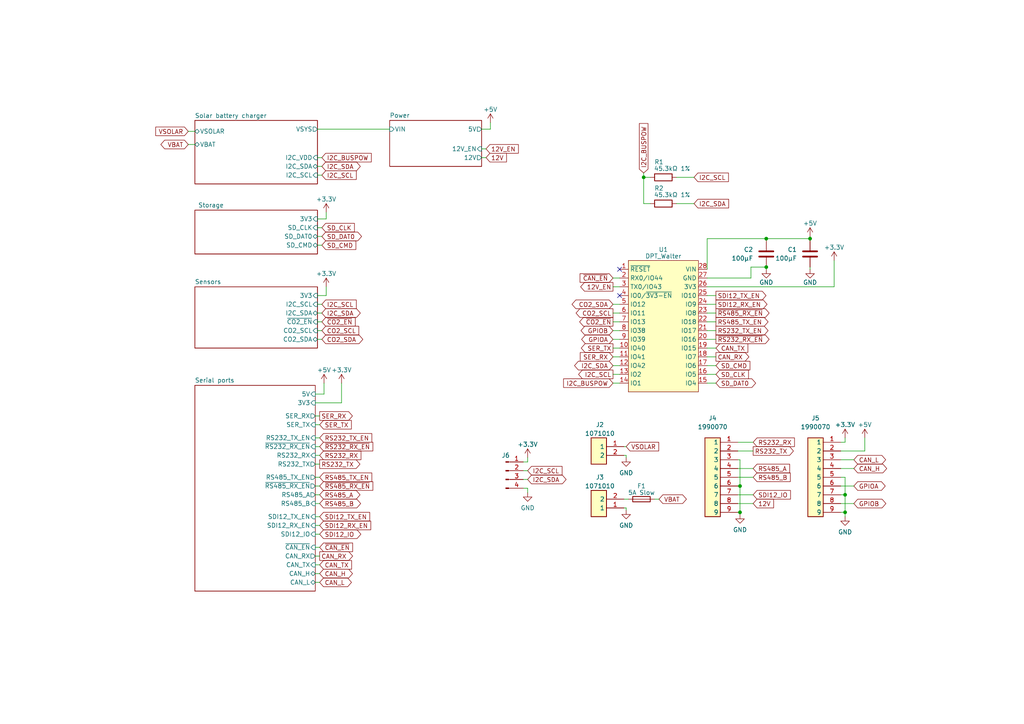
<source format=kicad_sch>
(kicad_sch (version 20211123) (generator eeschema)
  (paper "A4")
  (title_block (title "Walter Feels") (date "2024-03-13") (rev "2.3") (company "DPTechnics BV") (comment 1 "Checked by: Jonas Maes") (comment 2 "Engineer: Daan Pape") (comment 3 "License: GPLv3"))
  (lib_symbols
    (symbol "107101x:1071010"
      (property "Reference" "J" (at 0 6.985 0))
      (property "Value" "1071010" (at 3.81 5.08 0))
      (symbol "1071010_1_1"
        (rectangle (start 0 3.81) (end 4.445 -3.81) (stroke (width 0.254)) (fill (type background)))
        (pin passive line (at -5.08 -1.27 0) (length 5.08) (name "1") (number "1"))
        (pin passive line (at -5.08 1.27 0) (length 5.08) (name "2") (number "2"))
      )
    )
    (symbol "1990070:1990070"
      (property "Reference" "J" (at -1.905 9.525 0))
      (property "Value" "1990070" (at 1.905 7.62 0))
      (symbol "1990070_1_1"
        (rectangle (start 0 5.715) (end 4.445 -17.145) (stroke (width 0.254)) (fill (type background)))
        (pin passive line (at -5.08 4.445 0) (length 5.08) (name "1") (number "1"))
        (pin passive line (at -5.08 1.905 0) (length 5.08) (name "2") (number "2"))
        (pin passive line (at -5.08 -0.635 0) (length 5.08) (name "3") (number "3"))
        (pin passive line (at -5.08 -3.175 0) (length 5.08) (name "4") (number "4"))
        (pin passive line (at -5.08 -5.715 0) (length 5.08) (name "5") (number "5"))
        (pin passive line (at -5.08 -8.255 0) (length 5.08) (name "6") (number "6"))
        (pin passive line (at -5.08 -10.795 0) (length 5.08) (name "7") (number "7"))
        (pin passive line (at -5.08 -13.335 0) (length 5.08) (name "8") (number "8"))
        (pin passive line (at -5.08 -15.875 0) (length 5.08) (name "9") (number "9"))
      )
    )
    (symbol "Connector:Conn_01x04_Male" (pin_names (offset 1.016) hide)
      (property "Reference" "J" (at 0 5.08 0))
      (property "Value" "Conn_01x04_Male" (at 0 -7.62 0))
      (symbol "Conn_01x04_Male_1_1"
        (polyline (pts (xy 1.27 -5.08) (xy 0.8636 -5.08)) (stroke (width 0.1524)))
        (polyline (pts (xy 1.27 -2.54) (xy 0.8636 -2.54)) (stroke (width 0.1524)))
        (polyline (pts (xy 1.27 0) (xy 0.8636 0)) (stroke (width 0.1524)))
        (polyline (pts (xy 1.27 2.54) (xy 0.8636 2.54)) (stroke (width 0.1524)))
        (rectangle (start 0.8636 -4.953) (end 0 -5.207) (stroke (width 0.1524)) (fill (type outline)))
        (rectangle (start 0.8636 -2.413) (end 0 -2.667) (stroke (width 0.1524)) (fill (type outline)))
        (rectangle (start 0.8636 0.127) (end 0 -0.127) (stroke (width 0.1524)) (fill (type outline)))
        (rectangle (start 0.8636 2.667) (end 0 2.413) (stroke (width 0.1524)) (fill (type outline)))
        (pin passive line (at 5.08 2.54 180) (length 3.81) (name "Pin_1") (number "1"))
        (pin passive line (at 5.08 0 180) (length 3.81) (name "Pin_2") (number "2"))
        (pin passive line (at 5.08 -2.54 180) (length 3.81) (name "Pin_3") (number "3"))
        (pin passive line (at 5.08 -5.08 180) (length 3.81) (name "Pin_4") (number "4"))
      )
    )
    (symbol "Device:C" (pin_numbers hide) (pin_names (offset 0.254))
      (property "Reference" "C" (at 0.635 2.54 0))
      (property "Value" "C" (at 0.635 -2.54 0))
      (symbol "C_0_1"
        (polyline (pts (xy -2.032 -0.762) (xy 2.032 -0.762)) (stroke (width 0.508)))
        (polyline (pts (xy -2.032 0.762) (xy 2.032 0.762)) (stroke (width 0.508)))
      )
      (symbol "C_1_1"
        (pin passive line (at 0 3.81 270) (length 2.794) (name "~") (number "1"))
        (pin passive line (at 0 -3.81 90) (length 2.794) (name "~") (number "2"))
      )
    )
    (symbol "Device:Fuse" (pin_numbers hide) (pin_names (offset 0))
      (property "Reference" "F" (at 2.032 0 90))
      (property "Value" "Fuse" (at -1.905 0 90))
      (symbol "Fuse_0_1"
        (rectangle (start -0.762 -2.54) (end 0.762 2.54) (stroke (width 0.254)))
        (polyline (pts (xy 0 2.54) (xy 0 -2.54)))
      )
      (symbol "Fuse_1_1"
        (pin passive line (at 0 3.81 270) (length 1.27) (name "~") (number "1"))
        (pin passive line (at 0 -3.81 90) (length 1.27) (name "~") (number "2"))
      )
    )
    (symbol "Device:R" (pin_numbers hide) (pin_names (offset 0))
      (property "Reference" "R" (at 2.032 0 90))
      (property "Value" "R" (at 0 0 90))
      (symbol "R_0_1"
        (rectangle (start -1.016 -2.54) (end 1.016 2.54) (stroke (width 0.254)))
      )
      (symbol "R_1_1"
        (pin passive line (at 0 3.81 270) (length 1.27) (name "~") (number "1"))
        (pin passive line (at 0 -3.81 90) (length 1.27) (name "~") (number "2"))
      )
    )
    (symbol "power:+3.3V" (power) (pin_names (offset 0))
      (property "Value" "+3.3V" (at 0 3.556 0))
      (symbol "+3.3V_0_1"
        (polyline (pts (xy -0.762 1.27) (xy 0 2.54)))
        (polyline (pts (xy 0 0) (xy 0 2.54)))
        (polyline (pts (xy 0 2.54) (xy 0.762 1.27)))
      )
      (symbol "+3.3V_1_1"
        (pin power_in line (at 0 0 90) (length 0) hide (name "+3.3V") (number "1"))
      )
    )
    (symbol "power:+5V" (power) (pin_names (offset 0))
      (property "Value" "+5V" (at 0 3.556 0))
      (symbol "+5V_0_1"
        (polyline (pts (xy -0.762 1.27) (xy 0 2.54)))
        (polyline (pts (xy 0 0) (xy 0 2.54)))
        (polyline (pts (xy 0 2.54) (xy 0.762 1.27)))
      )
      (symbol "+5V_1_1"
        (pin power_in line (at 0 0 90) (length 0) hide (name "+5V") (number "1"))
      )
    )
    (symbol "power:GND" (power) (pin_names (offset 0))
      (property "Value" "GND" (at 0 -3.81 0))
      (symbol "GND_0_1"
        (polyline (pts (xy 0 0) (xy 0 -1.27) (xy 1.27 -1.27) (xy 0 -2.54) (xy -1.27 -1.27) (xy 0 -1.27)))
      )
      (symbol "GND_1_1"
        (pin power_in line (at 0 0 270) (length 0) hide (name "GND") (number "1"))
      )
    )
    (symbol "walter:DPT_Walter"
      (property "Reference" "U" (at 0 20.955 0))
      (property "Value" "DPT_Walter" (at 0 19.05 0))
      (symbol "DPT_Walter_0_1"
        (rectangle (start -10.16 17.78) (end 10.16 -20.32) (stroke (width 0.1524)) (fill (type background)))
      )
      (symbol "DPT_Walter_1_1"
        (pin input line (at -12.7 15.24 0) (length 2.54) (name "~{RESET}") (number "1"))
        (pin input line (at -12.7 -7.62 0) (length 2.54) (name "IO40") (number "10"))
        (pin bidirectional line (at -12.7 -10.16 0) (length 2.54) (name "IO41") (number "11"))
        (pin bidirectional line (at -12.7 -12.7 0) (length 2.54) (name "IO42") (number "12"))
        (pin bidirectional line (at -12.7 -15.24 0) (length 2.54) (name "IO2") (number "13"))
        (pin bidirectional line (at -12.7 -17.78 0) (length 2.54) (name "IO1") (number "14"))
        (pin bidirectional line (at 12.7 -17.78 180) (length 2.54) (name "IO4") (number "15"))
        (pin bidirectional line (at 12.7 -15.24 180) (length 2.54) (name "IO5") (number "16"))
        (pin bidirectional line (at 12.7 -12.7 180) (length 2.54) (name "IO6") (number "17"))
        (pin bidirectional line (at 12.7 -10.16 180) (length 2.54) (name "IO7") (number "18"))
        (pin bidirectional line (at 12.7 -7.62 180) (length 2.54) (name "IO15") (number "19"))
        (pin bidirectional line (at -12.7 12.7 0) (length 2.54) (name "RX0/IO44") (number "2"))
        (pin bidirectional line (at 12.7 -5.08 180) (length 2.54) (name "IO16") (number "20"))
        (pin bidirectional line (at 12.7 -2.54 180) (length 2.54) (name "IO17") (number "21"))
        (pin bidirectional line (at 12.7 0 180) (length 2.54) (name "IO18") (number "22"))
        (pin bidirectional line (at 12.7 2.54 180) (length 2.54) (name "IO8") (number "23"))
        (pin bidirectional line (at 12.7 5.08 180) (length 2.54) (name "IO9") (number "24"))
        (pin bidirectional line (at 12.7 7.62 180) (length 2.54) (name "IO10") (number "25"))
        (pin power_out line (at 12.7 10.16 180) (length 2.54) (name "3V3") (number "26"))
        (pin power_in line (at 12.7 12.7 180) (length 2.54) (name "GND") (number "27"))
        (pin power_in line (at 12.7 15.24 180) (length 2.54) (name "VIN") (number "28"))
        (pin bidirectional line (at -12.7 10.16 0) (length 2.54) (name "TX0/IO43") (number "3"))
        (pin bidirectional line (at -12.7 7.62 0) (length 2.54) (name "IO0/~{3V3-EN}") (number "4"))
        (pin bidirectional line (at -12.7 5.08 0) (length 2.54) (name "IO12") (number "5"))
        (pin bidirectional line (at -12.7 2.54 0) (length 2.54) (name "IO11") (number "6"))
        (pin bidirectional line (at -12.7 0 0) (length 2.54) (name "IO13") (number "7"))
        (pin bidirectional line (at -12.7 -2.54 0) (length 2.54) (name "IO38") (number "8"))
        (pin bidirectional line (at -12.7 -5.08 0) (length 2.54) (name "IO39") (number "9"))
      )
    )
  )
  (junction (at 222.25 69.215))
  (junction (at 214.63 140.97))
  (junction (at 245.11 148.59))
  (junction (at 214.63 148.59))
  (junction (at 186.69 51.435))
  (junction (at 234.95 69.215))
  (junction (at 245.11 143.51))
  (junction (at 222.25 77.47))
  (no_connect (at 179.705 85.725))
  (no_connect (at 179.705 78.105))
  (wire (pts (xy 151.765 133.985) (xy 153.035 133.985)))
  (wire (pts (xy 54.61 38.1) (xy 56.515 38.1)))
  (wire (pts (xy 250.825 130.81) (xy 250.825 127)))
  (wire (pts (xy 91.44 158.75) (xy 92.71 158.75)))
  (wire (pts (xy 92.075 90.805) (xy 93.345 90.805)))
  (wire (pts (xy 151.765 139.065) (xy 153.035 139.065)))
  (wire (pts (xy 142.24 37.465) (xy 139.7 37.465)))
  (wire (pts (xy 92.075 37.465) (xy 113.03 37.465)))
  (wire (pts (xy 205.105 69.215) (xy 222.25 69.215)))
  (wire (pts (xy 180.975 144.78) (xy 182.245 144.78)))
  (wire (pts (xy 196.215 59.055) (xy 201.295 59.055)))
  (wire (pts (xy 189.865 144.78) (xy 191.135 144.78)))
  (wire (pts (xy 92.075 50.8) (xy 93.345 50.8)))
  (wire (pts (xy 92.075 66.04) (xy 93.345 66.04)))
  (wire (pts (xy 91.44 166.37) (xy 92.71 166.37)))
  (wire (pts (xy 205.105 103.505) (xy 207.645 103.505)))
  (wire (pts (xy 234.95 69.215) (xy 222.25 69.215)))
  (wire (pts (xy 243.84 140.97) (xy 247.65 140.97)))
  (wire (pts (xy 181.61 147.32) (xy 181.61 147.955)))
  (wire (pts (xy 92.075 45.72) (xy 93.345 45.72)))
  (wire (pts (xy 234.95 78.105) (xy 234.95 77.47)))
  (wire (pts (xy 205.105 88.265) (xy 207.645 88.265)))
  (wire (pts (xy 177.8 111.125) (xy 179.705 111.125)))
  (wire (pts (xy 181.61 132.08) (xy 181.61 132.715)))
  (wire (pts (xy 245.11 148.59) (xy 245.11 143.51)))
  (wire (pts (xy 245.11 149.86) (xy 245.11 148.59)))
  (wire (pts (xy 213.995 146.05) (xy 218.44 146.05)))
  (wire (pts (xy 213.995 148.59) (xy 214.63 148.59)))
  (wire (pts (xy 91.44 140.97) (xy 92.71 140.97)))
  (wire (pts (xy 177.8 83.185) (xy 179.705 83.185)))
  (wire (pts (xy 213.995 143.51) (xy 218.44 143.51)))
  (wire (pts (xy 186.69 51.435) (xy 186.69 50.165)))
  (wire (pts (xy 94.615 85.725) (xy 94.615 83.185)))
  (wire (pts (xy 92.075 95.885) (xy 93.345 95.885)))
  (wire (pts (xy 222.25 78.105) (xy 222.25 77.47)))
  (wire (pts (xy 205.105 100.965) (xy 207.645 100.965)))
  (wire (pts (xy 153.035 141.605) (xy 153.035 142.875)))
  (wire (pts (xy 245.11 143.51) (xy 245.11 138.43)))
  (wire (pts (xy 92.71 120.65) (xy 91.44 120.65)))
  (wire (pts (xy 217.805 77.47) (xy 222.25 77.47)))
  (wire (pts (xy 177.8 88.265) (xy 179.705 88.265)))
  (wire (pts (xy 92.075 48.26) (xy 93.345 48.26)))
  (wire (pts (xy 205.105 90.805) (xy 207.645 90.805)))
  (wire (pts (xy 213.995 135.89) (xy 218.44 135.89)))
  (wire (pts (xy 94.615 63.5) (xy 94.615 61.595)))
  (wire (pts (xy 92.075 98.425) (xy 93.345 98.425)))
  (wire (pts (xy 99.06 116.84) (xy 91.44 116.84)))
  (wire (pts (xy 243.84 130.81) (xy 250.825 130.81)))
  (wire (pts (xy 180.975 147.32) (xy 181.61 147.32)))
  (wire (pts (xy 177.8 93.345) (xy 179.705 93.345)))
  (wire (pts (xy 213.995 130.81) (xy 218.44 130.81)))
  (wire (pts (xy 205.105 93.345) (xy 207.645 93.345)))
  (wire (pts (xy 205.105 80.645) (xy 217.805 80.645)))
  (wire (pts (xy 243.84 135.89) (xy 247.65 135.89)))
  (wire (pts (xy 186.69 59.055) (xy 186.69 51.435)))
  (wire (pts (xy 243.84 146.05) (xy 247.65 146.05)))
  (wire (pts (xy 213.995 128.27) (xy 218.44 128.27)))
  (wire (pts (xy 214.63 148.59) (xy 214.63 149.225)))
  (wire (pts (xy 245.11 138.43) (xy 243.84 138.43)))
  (wire (pts (xy 91.44 163.83) (xy 92.71 163.83)))
  (wire (pts (xy 213.995 133.35) (xy 214.63 133.35)))
  (wire (pts (xy 92.075 93.345) (xy 93.345 93.345)))
  (wire (pts (xy 91.44 154.94) (xy 92.71 154.94)))
  (wire (pts (xy 91.44 114.3) (xy 93.98 114.3)))
  (wire (pts (xy 139.7 45.72) (xy 140.97 45.72)))
  (wire (pts (xy 205.105 111.125) (xy 207.645 111.125)))
  (wire (pts (xy 205.105 85.725) (xy 207.645 85.725)))
  (wire (pts (xy 99.06 111.125) (xy 99.06 116.84)))
  (wire (pts (xy 177.8 98.425) (xy 179.705 98.425)))
  (wire (pts (xy 177.8 106.045) (xy 179.705 106.045)))
  (wire (pts (xy 92.075 85.725) (xy 94.615 85.725)))
  (wire (pts (xy 205.105 106.045) (xy 207.645 106.045)))
  (wire (pts (xy 91.44 161.29) (xy 92.71 161.29)))
  (wire (pts (xy 92.075 71.12) (xy 93.345 71.12)))
  (wire (pts (xy 241.935 75.565) (xy 241.935 83.185)))
  (wire (pts (xy 245.11 128.27) (xy 245.11 127)))
  (wire (pts (xy 243.84 143.51) (xy 245.11 143.51)))
  (wire (pts (xy 180.975 132.08) (xy 181.61 132.08)))
  (wire (pts (xy 91.44 134.62) (xy 92.71 134.62)))
  (wire (pts (xy 177.8 80.645) (xy 179.705 80.645)))
  (wire (pts (xy 177.8 103.505) (xy 179.705 103.505)))
  (wire (pts (xy 205.105 108.585) (xy 207.645 108.585)))
  (wire (pts (xy 93.98 114.3) (xy 93.98 111.125)))
  (wire (pts (xy 205.105 83.185) (xy 241.935 83.185)))
  (wire (pts (xy 243.84 128.27) (xy 245.11 128.27)))
  (wire (pts (xy 177.8 90.805) (xy 179.705 90.805)))
  (wire (pts (xy 92.71 123.19) (xy 91.44 123.19)))
  (wire (pts (xy 234.95 69.85) (xy 234.95 69.215)))
  (wire (pts (xy 205.105 98.425) (xy 207.645 98.425)))
  (wire (pts (xy 181.61 129.54) (xy 180.975 129.54)))
  (wire (pts (xy 92.71 127) (xy 91.44 127)))
  (wire (pts (xy 91.44 152.4) (xy 92.71 152.4)))
  (wire (pts (xy 196.215 51.435) (xy 201.295 51.435)))
  (wire (pts (xy 54.61 41.91) (xy 56.515 41.91)))
  (wire (pts (xy 214.63 133.35) (xy 214.63 140.97)))
  (wire (pts (xy 139.7 43.18) (xy 140.97 43.18)))
  (wire (pts (xy 177.8 108.585) (xy 179.705 108.585)))
  (wire (pts (xy 151.765 136.525) (xy 153.035 136.525)))
  (wire (pts (xy 205.105 95.885) (xy 207.645 95.885)))
  (wire (pts (xy 188.595 51.435) (xy 186.69 51.435)))
  (wire (pts (xy 177.8 100.965) (xy 179.705 100.965)))
  (wire (pts (xy 92.075 88.265) (xy 93.345 88.265)))
  (wire (pts (xy 91.44 138.43) (xy 92.71 138.43)))
  (wire (pts (xy 91.44 149.86) (xy 92.71 149.86)))
  (wire (pts (xy 91.44 146.05) (xy 92.71 146.05)))
  (wire (pts (xy 217.805 80.645) (xy 217.805 77.47)))
  (wire (pts (xy 205.105 69.215) (xy 205.105 78.105)))
  (wire (pts (xy 91.44 143.51) (xy 92.71 143.51)))
  (wire (pts (xy 222.25 69.215) (xy 222.25 69.85)))
  (wire (pts (xy 91.44 132.08) (xy 92.71 132.08)))
  (wire (pts (xy 213.995 138.43) (xy 218.44 138.43)))
  (wire (pts (xy 142.24 35.56) (xy 142.24 37.465)))
  (wire (pts (xy 92.71 129.54) (xy 91.44 129.54)))
  (wire (pts (xy 153.035 133.985) (xy 153.035 132.715)))
  (wire (pts (xy 188.595 59.055) (xy 186.69 59.055)))
  (wire (pts (xy 243.84 148.59) (xy 245.11 148.59)))
  (wire (pts (xy 214.63 140.97) (xy 214.63 148.59)))
  (wire (pts (xy 213.995 140.97) (xy 214.63 140.97)))
  (wire (pts (xy 91.44 168.91) (xy 92.71 168.91)))
  (wire (pts (xy 151.765 141.605) (xy 153.035 141.605)))
  (wire (pts (xy 92.075 68.58) (xy 93.345 68.58)))
  (wire (pts (xy 243.84 133.35) (xy 247.65 133.35)))
  (wire (pts (xy 234.95 68.58) (xy 234.95 69.215)))
  (wire (pts (xy 92.075 63.5) (xy 94.615 63.5)))
  (wire (pts (xy 177.8 95.885) (xy 179.705 95.885)))
  (global_label "CO2_SDA" (shape bidirectional) (at 93.345 98.425 0) (property "Intersheet References" "${INTERSHEET_REFS}" (effects hide)))
  (global_label "SDI12_IO" (shape input) (at 218.44 143.51 0) (property "Intersheet References" "${INTERSHEET_REFS}" (effects hide)))
  (global_label "GPIOB" (shape bidirectional) (at 177.8 95.885 180) (property "Intersheet References" "${INTERSHEET_REFS}" (effects hide)))
  (global_label "~{RS232_RX_EN}" (shape output) (at 207.645 98.425 0) (property "Intersheet References" "${INTERSHEET_REFS}" (effects hide)))
  (global_label "RS232_TX_EN" (shape output) (at 207.645 95.885 0) (property "Intersheet References" "${INTERSHEET_REFS}" (effects hide)))
  (global_label "SER_RX" (shape input) (at 177.8 103.505 180) (property "Intersheet References" "${INTERSHEET_REFS}" (effects hide)))
  (global_label "~{RS485_RX_EN}" (shape input) (at 92.71 140.97 0) (property "Intersheet References" "${INTERSHEET_REFS}" (effects hide)))
  (global_label "SD_DAT0" (shape bidirectional) (at 207.645 111.125 0) (property "Intersheet References" "${INTERSHEET_REFS}" (effects hide)))
  (global_label "SD_CLK" (shape input) (at 93.345 66.04 0) (property "Intersheet References" "${INTERSHEET_REFS}" (effects hide)))
  (global_label "GPIOB" (shape bidirectional) (at 247.65 146.05 0) (property "Intersheet References" "${INTERSHEET_REFS}" (effects hide)))
  (global_label "CO2_SDA" (shape bidirectional) (at 177.8 88.265 180) (property "Intersheet References" "${INTERSHEET_REFS}" (effects hide)))
  (global_label "SD_CMD" (shape input) (at 93.345 71.12 0) (property "Intersheet References" "${INTERSHEET_REFS}" (effects hide)))
  (global_label "RS485_A" (shape input) (at 218.44 135.89 0) (property "Intersheet References" "${INTERSHEET_REFS}" (effects hide)))
  (global_label "RS485_A" (shape bidirectional) (at 92.71 143.51 0) (property "Intersheet References" "${INTERSHEET_REFS}" (effects hide)))
  (global_label "GPIOA" (shape bidirectional) (at 247.65 140.97 0) (property "Intersheet References" "${INTERSHEET_REFS}" (effects hide)))
  (global_label "RS232_TX_EN" (shape input) (at 92.71 127 0) (property "Intersheet References" "${INTERSHEET_REFS}" (effects hide)))
  (global_label "CAN_TX" (shape input) (at 207.645 100.965 0) (property "Intersheet References" "${INTERSHEET_REFS}" (effects hide)))
  (global_label "I2C_SDA" (shape bidirectional) (at 93.345 48.26 0) (property "Intersheet References" "${INTERSHEET_REFS}" (effects hide)))
  (global_label "VBAT" (shape bidirectional) (at 54.61 41.91 180) (property "Intersheet References" "${INTERSHEET_REFS}" (effects hide)))
  (global_label "I2C_BUSPOW" (shape input) (at 93.345 45.72 0) (property "Intersheet References" "${INTERSHEET_REFS}" (effects hide)))
  (global_label "12V_EN" (shape output) (at 177.8 83.185 180) (property "Intersheet References" "${INTERSHEET_REFS}" (effects hide)))
  (global_label "CAN_RX" (shape output) (at 92.71 161.29 0) (property "Intersheet References" "${INTERSHEET_REFS}" (effects hide)))
  (global_label "12V" (shape input) (at 218.44 146.05 0) (property "Intersheet References" "${INTERSHEET_REFS}" (effects hide)))
  (global_label "I2C_BUSPOW" (shape input) (at 186.69 50.165 90) (property "Intersheet References" "${INTERSHEET_REFS}" (effects hide)))
  (global_label "CAN_L" (shape bidirectional) (at 247.65 133.35 0) (property "Intersheet References" "${INTERSHEET_REFS}" (effects hide)))
  (global_label "I2C_SDA" (shape bidirectional) (at 177.8 106.045 180) (property "Intersheet References" "${INTERSHEET_REFS}" (effects hide)))
  (global_label "I2C_SDA" (shape input) (at 201.295 59.055 0) (property "Intersheet References" "${INTERSHEET_REFS}" (effects hide)))
  (global_label "SD_CLK" (shape input) (at 207.645 108.585 0) (property "Intersheet References" "${INTERSHEET_REFS}" (effects hide)))
  (global_label "RS232_TX" (shape output) (at 92.71 134.62 0) (property "Intersheet References" "${INTERSHEET_REFS}" (effects hide)))
  (global_label "VBAT" (shape bidirectional) (at 191.135 144.78 0) (property "Intersheet References" "${INTERSHEET_REFS}" (effects hide)))
  (global_label "CO2_SCL" (shape output) (at 177.8 90.805 180) (property "Intersheet References" "${INTERSHEET_REFS}" (effects hide)))
  (global_label "12V_EN" (shape input) (at 140.97 43.18 0) (property "Intersheet References" "${INTERSHEET_REFS}" (effects hide)))
  (global_label "~{CAN_EN}" (shape input) (at 92.71 158.75 0) (property "Intersheet References" "${INTERSHEET_REFS}" (effects hide)))
  (global_label "SDI12_RX_EN" (shape input) (at 92.71 152.4 0) (property "Intersheet References" "${INTERSHEET_REFS}" (effects hide)))
  (global_label "I2C_SCL" (shape input) (at 93.345 88.265 0) (property "Intersheet References" "${INTERSHEET_REFS}" (effects hide)))
  (global_label "RS485_TX_EN" (shape output) (at 207.645 93.345 0) (property "Intersheet References" "${INTERSHEET_REFS}" (effects hide)))
  (global_label "SER_RX" (shape output) (at 92.71 120.65 0) (property "Intersheet References" "${INTERSHEET_REFS}" (effects hide)))
  (global_label "I2C_SCL" (shape input) (at 153.035 136.525 0) (property "Intersheet References" "${INTERSHEET_REFS}" (effects hide)))
  (global_label "RS232_TX" (shape output) (at 218.44 130.81 0) (property "Intersheet References" "${INTERSHEET_REFS}" (effects hide)))
  (global_label "CAN_H" (shape bidirectional) (at 247.65 135.89 0) (property "Intersheet References" "${INTERSHEET_REFS}" (effects hide)))
  (global_label "I2C_SCL" (shape output) (at 177.8 108.585 180) (property "Intersheet References" "${INTERSHEET_REFS}" (effects hide)))
  (global_label "SDI12_TX_EN" (shape input) (at 92.71 149.86 0) (property "Intersheet References" "${INTERSHEET_REFS}" (effects hide)))
  (global_label "RS485_TX_EN" (shape input) (at 92.71 138.43 0) (property "Intersheet References" "${INTERSHEET_REFS}" (effects hide)))
  (global_label "VSOLAR" (shape input) (at 181.61 129.54 0) (property "Intersheet References" "${INTERSHEET_REFS}" (effects hide)))
  (global_label "~{CO2_EN}" (shape output) (at 177.8 93.345 180) (property "Intersheet References" "${INTERSHEET_REFS}" (effects hide)))
  (global_label "SDI12_TX_EN" (shape output) (at 207.645 85.725 0) (property "Intersheet References" "${INTERSHEET_REFS}" (effects hide)))
  (global_label "SER_TX" (shape output) (at 177.8 100.965 180) (property "Intersheet References" "${INTERSHEET_REFS}" (effects hide)))
  (global_label "SDI12_IO" (shape bidirectional) (at 92.71 154.94 0) (property "Intersheet References" "${INTERSHEET_REFS}" (effects hide)))
  (global_label "I2C_SDA" (shape bidirectional) (at 93.345 90.805 0) (property "Intersheet References" "${INTERSHEET_REFS}" (effects hide)))
  (global_label "GPIOA" (shape bidirectional) (at 177.8 98.425 180) (property "Intersheet References" "${INTERSHEET_REFS}" (effects hide)))
  (global_label "SDI12_RX_EN" (shape output) (at 207.645 88.265 0) (property "Intersheet References" "${INTERSHEET_REFS}" (effects hide)))
  (global_label "I2C_SCL" (shape input) (at 201.295 51.435 0) (property "Intersheet References" "${INTERSHEET_REFS}" (effects hide)))
  (global_label "SD_DAT0" (shape bidirectional) (at 93.345 68.58 0) (property "Intersheet References" "${INTERSHEET_REFS}" (effects hide)))
  (global_label "VSOLAR" (shape input) (at 54.61 38.1 180) (property "Intersheet References" "${INTERSHEET_REFS}" (effects hide)))
  (global_label "I2C_BUSPOW" (shape input) (at 177.8 111.125 180) (property "Intersheet References" "${INTERSHEET_REFS}" (effects hide)))
  (global_label "RS232_RX" (shape input) (at 92.71 132.08 0) (property "Intersheet References" "${INTERSHEET_REFS}" (effects hide)))
  (global_label "~{RS232_RX_EN}" (shape input) (at 92.71 129.54 0) (property "Intersheet References" "${INTERSHEET_REFS}" (effects hide)))
  (global_label "I2C_SDA" (shape bidirectional) (at 153.035 139.065 0) (property "Intersheet References" "${INTERSHEET_REFS}" (effects hide)))
  (global_label "CAN_L" (shape bidirectional) (at 92.71 168.91 0) (property "Intersheet References" "${INTERSHEET_REFS}" (effects hide)))
  (global_label "~{CO2_EN}" (shape input) (at 93.345 93.345 0) (property "Intersheet References" "${INTERSHEET_REFS}" (effects hide)))
  (global_label "RS485_B" (shape input) (at 218.44 138.43 0) (property "Intersheet References" "${INTERSHEET_REFS}" (effects hide)))
  (global_label "RS485_B" (shape bidirectional) (at 92.71 146.05 0) (property "Intersheet References" "${INTERSHEET_REFS}" (effects hide)))
  (global_label "I2C_SCL" (shape input) (at 93.345 50.8 0) (property "Intersheet References" "${INTERSHEET_REFS}" (effects hide)))
  (global_label "SER_TX" (shape input) (at 92.71 123.19 0) (property "Intersheet References" "${INTERSHEET_REFS}" (effects hide)))
  (global_label "SD_CMD" (shape input) (at 207.645 106.045 0) (property "Intersheet References" "${INTERSHEET_REFS}" (effects hide)))
  (global_label "CAN_H" (shape bidirectional) (at 92.71 166.37 0) (property "Intersheet References" "${INTERSHEET_REFS}" (effects hide)))
  (global_label "CO2_SCL" (shape input) (at 93.345 95.885 0) (property "Intersheet References" "${INTERSHEET_REFS}" (effects hide)))
  (global_label "~{RS485_RX_EN}" (shape output) (at 207.645 90.805 0) (property "Intersheet References" "${INTERSHEET_REFS}" (effects hide)))
  (global_label "CAN_TX" (shape input) (at 92.71 163.83 0) (property "Intersheet References" "${INTERSHEET_REFS}" (effects hide)))
  (global_label "RS232_RX" (shape input) (at 218.44 128.27 0) (property "Intersheet References" "${INTERSHEET_REFS}" (effects hide)))
  (global_label "CAN_RX" (shape output) (at 207.645 103.505 0) (property "Intersheet References" "${INTERSHEET_REFS}" (effects hide)))
  (global_label "12V" (shape input) (at 140.97 45.72 0) (property "Intersheet References" "${INTERSHEET_REFS}" (effects hide)))
  (global_label "~{CAN_EN}" (shape input) (at 177.8 80.645 180) (property "Intersheet References" "${INTERSHEET_REFS}" (effects hide)))
  (symbol (lib_id "power:+3.3V") (at 241.935 75.565 0) (mirror y) (unit 1)
    (property "Reference" "#PWR08" (effects hide))
    (property "Value" "+3.3V" (at 241.935 71.755 0))
  )
  (symbol (lib_id "power:+3.3V") (at 99.06 111.125 0) (mirror y) (unit 1)
    (property "Reference" "#PWR04" (effects hide))
    (property "Value" "+3.3V" (at 99.06 107.315 0))
  )
  (symbol (lib_id "power:+3.3V") (at 153.035 132.715 0) (unit 1)
    (property "Reference" "#PWR0122" (effects hide))
    (property "Value" "+3.3V" (at 153.035 128.905 0))
  )
  (symbol (lib_id "power:GND") (at 234.95 78.105 0) (mirror y) (unit 1)
    (property "Reference" "#PWR06" (effects hide))
    (property "Value" "GND" (at 234.95 81.915 0))
  )
  (symbol (lib_id "power:GND") (at 214.63 149.225 0) (unit 1)
    (property "Reference" "#PWR0114" (effects hide))
    (property "Value" "GND" (at 214.63 153.67 0))
  )
  (symbol (lib_id "107101x:1071010") (at 175.895 146.05 0) (mirror y) (unit 1)
    (property "Reference" "J3" (at 173.99 138.43 0))
    (property "Value" "1071010" (at 173.99 140.97 0))
    (property "Footprint" "107101x:1071010" (effects hide))
    (property "JLCPCB" "C3310307 " (effects hide))
  )
  (symbol (lib_id "power:+5V") (at 142.24 35.56 0) (unit 1)
    (property "Reference" "#PWR012" (effects hide))
    (property "Value" "+5V" (at 142.24 31.75 0))
  )
  (symbol (lib_id "walter:DPT_Walter") (at 192.405 93.345 0) (unit 1)
    (property "Reference" "U1" (at 192.405 72.39 0))
    (property "Value" "DPT_Walter" (at 192.405 74.295 0))
    (property "Footprint" "walter:walter-socket" (effects hide))
    (property "Datasheet" "https://quickspot.io/datasheet/walter_datasheet_v0.3.pdf" (effects hide))
  )
  (symbol (lib_id "power:GND") (at 245.11 149.86 0) (unit 1)
    (property "Reference" "#PWR0116" (effects hide))
    (property "Value" "GND" (at 245.11 154.305 0))
  )
  (symbol (lib_id "power:+3.3V") (at 94.615 61.595 0) (unit 1)
    (property "Reference" "#PWR02" (effects hide))
    (property "Value" "+3.3V" (at 94.615 57.785 0))
  )
  (symbol (lib_id "Device:R") (at 192.405 51.435 90) (unit 1)
    (property "Reference" "R1" (at 191.135 46.99 90))
    (property "Value" "45.3kΩ 1%" (at 194.945 48.895 90))
    (property "Footprint" "Resistor_SMD:R_0603_1608Metric" (effects hide))
    (property "JLCPCB" "C209146" (effects hide))
  )
  (symbol (lib_id "Connector:Conn_01x04_Male") (at 146.685 136.525 0) (unit 1)
    (property "Reference" "J6" (at 146.685 132.08 0))
    (property "Value" "Conn_01x04_Male" (effects hide))
    (property "Footprint" "Connector_PinHeader_2.54mm:PinHeader_1x04_P2.54mm_Vertical" (effects hide))
    (property "JLCPCB" "C5116483" (effects hide))
  )
  (symbol (lib_id "power:GND") (at 153.035 142.875 0) (unit 1)
    (property "Reference" "#PWR0121" (effects hide))
    (property "Value" "GND" (at 153.035 147.32 0))
  )
  (symbol (lib_id "power:+3.3V") (at 245.11 127 0) (unit 1)
    (property "Reference" "#PWR0118" (effects hide))
    (property "Value" "+3.3V" (at 245.11 123.19 0))
  )
  (symbol (lib_id "1990070:1990070") (at 208.915 132.715 0) (mirror y) (unit 1)
    (property "Reference" "J4" (at 206.6925 121.285 0))
    (property "Value" "1990070" (at 206.6925 123.825 0))
    (property "Footprint" "1990070:1990070" (effects hide))
    (property "JLCPCB" "C17275119 " (effects hide))
  )
  (symbol (lib_id "power:+5V") (at 250.825 127 0) (unit 1)
    (property "Reference" "#PWR0115" (effects hide))
    (property "Value" "+5V" (at 250.825 123.19 0))
  )
  (symbol (lib_id "Device:C") (at 234.95 73.66 0) (mirror y) (unit 1)
    (property "Reference" "C1" (at 231.14 72.3899 0) (effects (justify left)))
    (property "Value" "100µF" (at 231.14 74.9299 0) (effects (justify left)))
    (property "Footprint" "Capacitor_SMD:C_1210_3225Metric" (effects hide))
    (property "JLCPCB" "C49066" (effects hide))
  )
  (symbol (lib_id "power:+3.3V") (at 94.615 83.185 0) (unit 1)
    (property "Reference" "#PWR03" (effects hide))
    (property "Value" "+3.3V" (at 94.615 79.375 0))
  )
  (symbol (lib_id "power:GND") (at 222.25 78.105 0) (mirror y) (unit 1)
    (property "Reference" "#PWR07" (effects hide))
    (property "Value" "GND" (at 222.25 81.915 0))
  )
  (symbol (lib_id "107101x:1071010") (at 175.895 130.81 180) (unit 1)
    (property "Reference" "J2" (at 173.99 123.19 0))
    (property "Value" "1071010" (at 173.99 125.73 0))
    (property "Footprint" "107101x:1071010" (effects hide))
    (property "JLCPCB" "C3310307 " (effects hide))
  )
  (symbol (lib_id "power:+5V") (at 93.98 111.125 0) (mirror y) (unit 1)
    (property "Reference" "#PWR01" (effects hide))
    (property "Value" "+5V" (at 93.98 107.315 0))
  )
  (symbol (lib_id "power:GND") (at 181.61 147.955 0) (unit 1)
    (property "Reference" "#PWR0113" (effects hide))
    (property "Value" "GND" (at 181.61 152.4 0))
  )
  (symbol (lib_id "Device:C") (at 222.25 73.66 0) (mirror y) (unit 1)
    (property "Reference" "C2" (at 218.44 72.3899 0) (effects (justify left)))
    (property "Value" "100µF" (at 218.44 74.9299 0) (effects (justify left)))
    (property "Footprint" "Capacitor_SMD:C_1210_3225Metric" (effects hide))
    (property "JLCPCB" "C49066" (effects hide))
  )
  (symbol (lib_id "1990070:1990070") (at 238.76 132.715 0) (mirror y) (unit 1)
    (property "Reference" "J5" (at 236.5375 121.285 0))
    (property "Value" "1990070" (at 236.5375 123.825 0))
    (property "Footprint" "1990070:1990070" (effects hide))
    (property "JLCPCB" "C17275119 " (effects hide))
  )
  (symbol (lib_id "power:GND") (at 181.61 132.715 0) (unit 1)
    (property "Reference" "#PWR0109" (effects hide))
    (property "Value" "GND" (at 181.61 137.16 0))
  )
  (symbol (lib_id "Device:R") (at 192.405 59.055 90) (unit 1)
    (property "Reference" "R2" (at 191.135 54.61 90))
    (property "Value" "45.3kΩ 1%" (at 194.945 56.515 90))
    (property "Footprint" "Resistor_SMD:R_0603_1608Metric" (effects hide))
    (property "JLCPCB" "C209146" (effects hide))
  )
  (symbol (lib_id "Device:Fuse") (at 186.055 144.78 90) (unit 1)
    (property "Reference" "F1" (at 186.055 140.97 90))
    (property "Value" "5A Slow" (at 186.055 142.875 90))
    (property "Footprint" "Fuse:Fuse_1206_3216Metric" (effects hide))
    (property "JLCPCB" "C2691999" (effects hide))
  )
  (symbol (lib_id "power:+5V") (at 234.95 68.58 0) (mirror y) (unit 1)
    (property "Reference" "#PWR05" (effects hide))
    (property "Value" "+5V" (at 234.95 64.77 0))
  )
  (sheet (at 113.03 34.925) (size 26.67 13.335) (stroke (width 0.1524))
    (property "Sheet name" "Power" (at 113.03 34.2134 0) (effects (justify left bottom)))
    (property "Sheet file" "power.kicad_sch" (effects hide))
    (pin "5V" output (at 139.7 37.465 0))
    (pin "VIN" input (at 113.03 37.465 180))
    (pin "12V_EN" input (at 139.7 43.18 0))
    (pin "12V" output (at 139.7 45.72 0))
  )
  (sheet (at 56.515 34.925) (size 35.56 18.415) (stroke (width 0.1524))
    (property "Sheet name" "Solar battery charger" (at 56.515 34.29 0) (effects (justify left bottom)))
    (property "Sheet file" "battery_charger.kicad_sch" (effects hide))
    (pin "VSOLAR" bidirectional (at 56.515 38.1 180))
    (pin "VSYS" output (at 92.075 37.465 0))
    (pin "I2C_SDA" bidirectional (at 92.075 48.26 0))
    (pin "I2C_SCL" input (at 92.075 50.8 0))
    (pin "I2C_VDD" input (at 92.075 45.72 0))
    (pin "VBAT" bidirectional (at 56.515 41.91 180))
  )
  (sheet (at 56.515 83.185) (size 35.56 17.78) (stroke (width 0.1524))
    (property "Sheet name" "Sensors" (at 56.515 82.4734 0) (effects (justify left bottom)))
    (property "Sheet file" "sensors.kicad_sch" (effects hide))
    (pin "I2C_SCL" input (at 92.075 88.265 0))
    (pin "I2C_SDA" bidirectional (at 92.075 90.805 0))
    (pin "~{CO2_EN}" input (at 92.075 93.345 0))
    (pin "CO2_SCL" input (at 92.075 95.885 0))
    (pin "CO2_SDA" bidirectional (at 92.075 98.425 0))
    (pin "3V3" input (at 92.075 85.725 0))
  )
  (sheet (at 56.515 60.96) (size 35.56 12.7) (stroke (width 0.1524))
    (property "Sheet name" " Storage" (at 56.515 60.2484 0) (effects (justify left bottom)))
    (property "Sheet file" "storage.kicad_sch" (effects hide))
    (pin "3V3" input (at 92.075 63.5 0))
    (pin "SD_CLK" input (at 92.075 66.04 0))
    (pin "SD_DAT0" bidirectional (at 92.075 68.58 0))
    (pin "SD_CMD" bidirectional (at 92.075 71.12 0))
  )
  (sheet (at 56.515 111.76) (size 34.925 59.69) (stroke (width 0.1524))
    (property "Sheet name" "Serial ports" (at 56.515 111.0484 0) (effects (justify left bottom)))
    (property "Sheet file" "serial_ports.kicad_sch" (effects hide))
    (pin "~{RS485_RX_EN}" output (at 91.44 140.97 0))
    (pin "RS485_TX_EN" output (at 91.44 138.43 0))
    (pin "SER_RX" output (at 91.44 120.65 0))
    (pin "RS232_TX" output (at 91.44 134.62 0))
    (pin "RS232_RX" input (at 91.44 132.08 0))
    (pin "RS232_TX_EN" input (at 91.44 127 0))
    (pin "SER_TX" input (at 91.44 123.19 0))
    (pin "~{RS232_RX_EN}" input (at 91.44 129.54 0))
    (pin "3V3" input (at 91.44 116.84 0))
    (pin "RS485_B" input (at 91.44 146.05 0))
    (pin "RS485_A" output (at 91.44 143.51 0))
    (pin "SDI12_TX_EN" input (at 91.44 149.86 0))
    (pin "5V" input (at 91.44 114.3 0))
    (pin "SDI12_IO" input (at 91.44 154.94 0))
    (pin "SDI12_RX_EN" input (at 91.44 152.4 0))
    (pin "CAN_RX" output (at 91.44 161.29 0))
    (pin "~{CAN_EN}" input (at 91.44 158.75 0))
    (pin "CAN_TX" input (at 91.44 163.83 0))
    (pin "CAN_L" bidirectional (at 91.44 168.91 0))
    (pin "CAN_H" bidirectional (at 91.44 166.37 0))
  )
)
</source>
